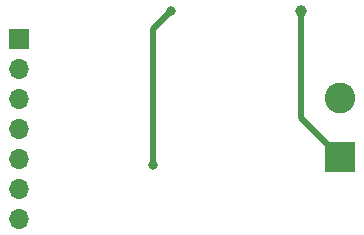
<source format=gbr>
%TF.GenerationSoftware,KiCad,Pcbnew,7.0.2*%
%TF.CreationDate,2023-11-09T14:12:05+01:00*%
%TF.ProjectId,testboard AL5801,74657374-626f-4617-9264-20414c353830,rev?*%
%TF.SameCoordinates,Original*%
%TF.FileFunction,Copper,L2,Bot*%
%TF.FilePolarity,Positive*%
%FSLAX46Y46*%
G04 Gerber Fmt 4.6, Leading zero omitted, Abs format (unit mm)*
G04 Created by KiCad (PCBNEW 7.0.2) date 2023-11-09 14:12:05*
%MOMM*%
%LPD*%
G01*
G04 APERTURE LIST*
%TA.AperFunction,ComponentPad*%
%ADD10R,2.600000X2.600000*%
%TD*%
%TA.AperFunction,ComponentPad*%
%ADD11C,2.600000*%
%TD*%
%TA.AperFunction,ComponentPad*%
%ADD12R,1.700000X1.700000*%
%TD*%
%TA.AperFunction,ComponentPad*%
%ADD13O,1.700000X1.700000*%
%TD*%
%TA.AperFunction,ViaPad*%
%ADD14C,1.000000*%
%TD*%
%TA.AperFunction,ViaPad*%
%ADD15C,0.800000*%
%TD*%
%TA.AperFunction,Conductor*%
%ADD16C,0.500000*%
%TD*%
G04 APERTURE END LIST*
D10*
%TO.P,J3,1,Pin_1*%
%TO.N,/led+*%
X155778200Y-72110600D03*
D11*
%TO.P,J3,2,Pin_2*%
%TO.N,/led-*%
X155778200Y-67110600D03*
%TD*%
D12*
%TO.P,J1,1,Pin_1*%
%TO.N,VSS*%
X128575000Y-62145000D03*
D13*
%TO.P,J1,2,Pin_2*%
%TO.N,+3V3*%
X128575000Y-64685000D03*
%TO.P,J1,3,Pin_3*%
%TO.N,/I{slash}O*%
X128575000Y-67225000D03*
%TO.P,J1,4,Pin_4*%
%TO.N,/scl*%
X128575000Y-69765000D03*
%TO.P,J1,5,Pin_5*%
%TO.N,/sda*%
X128575000Y-72305000D03*
%TO.P,J1,6,Pin_6*%
%TO.N,/ad0*%
X128575000Y-74845000D03*
%TO.P,J1,7,Pin_7*%
%TO.N,GND*%
X128575000Y-77385000D03*
%TD*%
D14*
%TO.N,/led+*%
X152450800Y-59766200D03*
D15*
%TO.N,/V_{in+}*%
X139950000Y-72825000D03*
X141475000Y-59740800D03*
%TD*%
D16*
%TO.N,/led+*%
X152450800Y-68783200D02*
X155778200Y-72110600D01*
X152450800Y-59766200D02*
X152450800Y-68783200D01*
%TO.N,/V_{in+}*%
X139950000Y-61265800D02*
X141475000Y-59740800D01*
X139950000Y-72825000D02*
X139950000Y-61265800D01*
%TD*%
M02*

</source>
